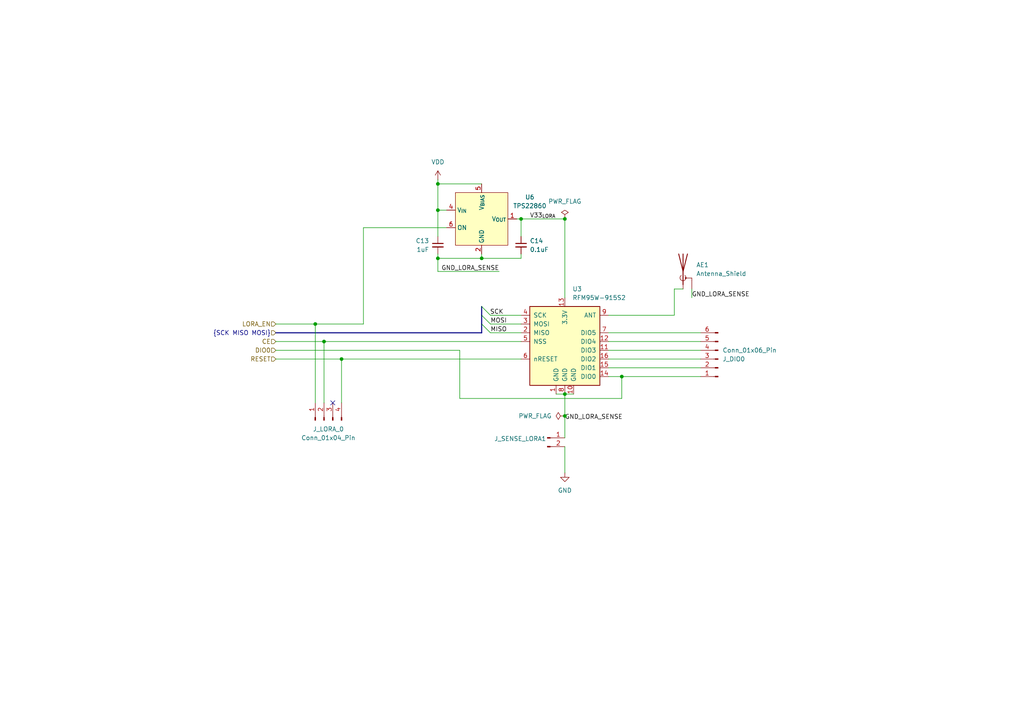
<source format=kicad_sch>
(kicad_sch (version 20231120) (generator "eeschema") (generator_version "8.0")
  (paper "A4")
  (title_block (title "Cathodic Protection Sensor Mk1") (date "2024-06-10") (rev "B"))
  (lib_symbols
    (symbol "Connector:Conn_01x02_Pin" (pin_names (offset 1.016) hide)
      (property "Reference" "J" (at 0 2.54 0))
      (property "Value" "Conn_01x02_Pin" (at 0 -5.08 0))
      (symbol "Conn_01x02_Pin_1_1"
        (polyline (pts (xy 1.27 -2.54) (xy 0.8636 -2.54)) (stroke (width 0.1524)))
        (polyline (pts (xy 1.27 0) (xy 0.8636 0)) (stroke (width 0.1524)))
        (rectangle (start 0.8636 -2.413) (end 0 -2.667) (stroke (width 0.1524)) (fill (type outline)))
        (rectangle (start 0.8636 0.127) (end 0 -0.127) (stroke (width 0.1524)) (fill (type outline)))
        (pin passive line (at 5.08 0 180) (length 3.81) (name "Pin_1") (number "1"))
        (pin passive line (at 5.08 -2.54 180) (length 3.81) (name "Pin_2") (number "2"))
      )
    )
    (symbol "Connector:Conn_01x04_Pin" (pin_names (offset 1.016) hide)
      (property "Reference" "J" (at 0 5.08 0))
      (property "Value" "Conn_01x04_Pin" (at 0 -7.62 0))
      (symbol "Conn_01x04_Pin_1_1"
        (polyline (pts (xy 1.27 -5.08) (xy 0.8636 -5.08)) (stroke (width 0.1524)))
        (polyline (pts (xy 1.27 -2.54) (xy 0.8636 -2.54)) (stroke (width 0.1524)))
        (polyline (pts (xy 1.27 0) (xy 0.8636 0)) (stroke (width 0.1524)))
        (polyline (pts (xy 1.27 2.54) (xy 0.8636 2.54)) (stroke (width 0.1524)))
        (rectangle (start 0.8636 -4.953) (end 0 -5.207) (stroke (width 0.1524)) (fill (type outline)))
        (rectangle (start 0.8636 -2.413) (end 0 -2.667) (stroke (width 0.1524)) (fill (type outline)))
        (rectangle (start 0.8636 0.127) (end 0 -0.127) (stroke (width 0.1524)) (fill (type outline)))
        (rectangle (start 0.8636 2.667) (end 0 2.413) (stroke (width 0.1524)) (fill (type outline)))
        (pin passive line (at 5.08 2.54 180) (length 3.81) (name "Pin_1") (number "1"))
        (pin passive line (at 5.08 0 180) (length 3.81) (name "Pin_2") (number "2"))
        (pin passive line (at 5.08 -2.54 180) (length 3.81) (name "Pin_3") (number "3"))
        (pin passive line (at 5.08 -5.08 180) (length 3.81) (name "Pin_4") (number "4"))
      )
    )
    (symbol "Connector:Conn_01x06_Pin" (pin_names (offset 1.016) hide)
      (property "Reference" "J" (at 0 7.62 0))
      (property "Value" "Conn_01x06_Pin" (at 0 -10.16 0))
      (symbol "Conn_01x06_Pin_1_1"
        (polyline (pts (xy 1.27 -7.62) (xy 0.8636 -7.62)) (stroke (width 0.1524)))
        (polyline (pts (xy 1.27 -5.08) (xy 0.8636 -5.08)) (stroke (width 0.1524)))
        (polyline (pts (xy 1.27 -2.54) (xy 0.8636 -2.54)) (stroke (width 0.1524)))
        (polyline (pts (xy 1.27 0) (xy 0.8636 0)) (stroke (width 0.1524)))
        (polyline (pts (xy 1.27 2.54) (xy 0.8636 2.54)) (stroke (width 0.1524)))
        (polyline (pts (xy 1.27 5.08) (xy 0.8636 5.08)) (stroke (width 0.1524)))
        (rectangle (start 0.8636 -7.493) (end 0 -7.747) (stroke (width 0.1524)) (fill (type outline)))
        (rectangle (start 0.8636 -4.953) (end 0 -5.207) (stroke (width 0.1524)) (fill (type outline)))
        (rectangle (start 0.8636 -2.413) (end 0 -2.667) (stroke (width 0.1524)) (fill (type outline)))
        (rectangle (start 0.8636 0.127) (end 0 -0.127) (stroke (width 0.1524)) (fill (type outline)))
        (rectangle (start 0.8636 2.667) (end 0 2.413) (stroke (width 0.1524)) (fill (type outline)))
        (rectangle (start 0.8636 5.207) (end 0 4.953) (stroke (width 0.1524)) (fill (type outline)))
        (pin passive line (at 5.08 5.08 180) (length 3.81) (name "Pin_1") (number "1"))
        (pin passive line (at 5.08 2.54 180) (length 3.81) (name "Pin_2") (number "2"))
        (pin passive line (at 5.08 0 180) (length 3.81) (name "Pin_3") (number "3"))
        (pin passive line (at 5.08 -2.54 180) (length 3.81) (name "Pin_4") (number "4"))
        (pin passive line (at 5.08 -5.08 180) (length 3.81) (name "Pin_5") (number "5"))
        (pin passive line (at 5.08 -7.62 180) (length 3.81) (name "Pin_6") (number "6"))
      )
    )
    (symbol "Device:Antenna_Shield" (pin_numbers hide) (pin_names (offset 1.016) hide)
      (property "Reference" "AE" (at -1.905 4.445 0))
      (property "Value" "Antenna_Shield" (at -1.905 2.54 0))
      (symbol "Antenna_Shield_0_1"
        (arc (start -0.508 -1.143) (mid -0.8429 -2.1194) (end 0 -2.667))
        (arc (start 0 -2.667) (mid 0.7989 -2.1052) (end 0.508 -1.143))
        (polyline (pts (xy 0 -2.54) (xy 0 0)))
        (polyline (pts (xy 0 5.08) (xy 0 -3.81)) (stroke (width 0.254)))
        (polyline (pts (xy 0.762 -1.905) (xy 2.54 -1.905)))
        (polyline (pts (xy 2.54 -2.54) (xy 2.54 -1.905)))
        (polyline (pts (xy 1.27 5.08) (xy 0 0) (xy -1.27 5.08)) (stroke (width 0.254)))
        (circle (center 0.762 -1.905) (radius 0.1778) (fill (type outline)))
      )
      (symbol "Antenna_Shield_1_1"
        (pin input line (at 0 -5.08 90) (length 2.54) (name "A") (number "1"))
        (pin input line (at 2.54 -5.08 90) (length 2.54) (name "Shield") (number "2"))
      )
    )
    (symbol "Device:C_Small" (pin_numbers hide) (pin_names (offset 0.254) hide)
      (property "Reference" "C" (at 0.254 1.778 0))
      (property "Value" "C_Small" (at 0.254 -2.032 0))
      (symbol "C_Small_0_1"
        (polyline (pts (xy -1.524 -0.508) (xy 1.524 -0.508)) (stroke (width 0.3302)))
        (polyline (pts (xy -1.524 0.508) (xy 1.524 0.508)) (stroke (width 0.3048)))
      )
      (symbol "C_Small_1_1"
        (pin passive line (at 0 2.54 270) (length 2.032) (name "~") (number "1"))
        (pin passive line (at 0 -2.54 90) (length 2.032) (name "~") (number "2"))
      )
    )
    (symbol "Marcano_Voltage_Regulator:TPS22860"
      (property "Reference" "U" (at 0 0 0))
      (property "Value" "TPS22860" (at -7.62 12.7 0))
      (symbol "TPS22860_1_1"
        (rectangle (start -7.62 7.62) (end 7.62 -7.62) (fill (type background)))
        (pin passive line (at 10.16 0 180) (length 2.54) (name "V_{OUT}") (number "1"))
        (pin power_in line (at 0 -10.16 90) (length 2.54) (name "GND") (number "2"))
        (pin no_connect line (at 10.16 -2.54 180) (length 2.54) hide (name "") (number "3"))
        (pin passive line (at -10.16 2.54 0) (length 2.54) (name "V_{IN}") (number "4"))
        (pin power_in line (at 0 10.16 270) (length 2.54) (name "V_{BIAS}") (number "5"))
        (pin input line (at -10.16 -2.54 0) (length 2.54) (name "ON") (number "6"))
      )
    )
    (symbol "RF_Module:RFM95W-915S2" (pin_names (offset 1.016))
      (property "Reference" "U3" (at 2.1941 15.24 0))
      (property "Value" "RFM95W-915S2" (at 2.1941 12.7 0))
      (symbol "RFM95W-915S2_0_1"
        (rectangle (start -10.16 10.16) (end 10.16 -12.7) (stroke (width 0.254)) (fill (type background)))
      )
      (symbol "RFM95W-915S2_1_1"
        (pin power_in line (at -2.54 -15.24 90) (length 2.54) (name "GND") (number "1"))
        (pin power_in line (at 2.54 -15.24 90) (length 2.54) (name "GND") (number "10"))
        (pin bidirectional line (at 12.7 -2.54 180) (length 2.54) (name "DIO3") (number "11"))
        (pin bidirectional line (at 12.7 0 180) (length 2.54) (name "DIO4") (number "12"))
        (pin power_in line (at 0 12.7 270) (length 2.54) (name "3.3V") (number "13"))
        (pin bidirectional line (at 12.7 -10.16 180) (length 2.54) (name "DIO0") (number "14"))
        (pin bidirectional line (at 12.7 -7.62 180) (length 2.54) (name "DIO1") (number "15"))
        (pin bidirectional line (at 12.7 -5.08 180) (length 2.54) (name "DIO2") (number "16"))
        (pin output line (at -12.7 2.54 0) (length 2.54) (name "MISO") (number "2"))
        (pin input line (at -12.7 5.08 0) (length 2.54) (name "MOSI") (number "3"))
        (pin input line (at -12.7 7.62 0) (length 2.54) (name "SCK") (number "4"))
        (pin input line (at -12.7 0 0) (length 2.54) (name "NSS") (number "5"))
        (pin bidirectional line (at -12.7 -5.08 0) (length 2.54) (name "nRESET") (number "6"))
        (pin bidirectional line (at 12.7 2.54 180) (length 2.54) (name "DIO5") (number "7"))
        (pin power_in line (at 0 -15.24 90) (length 2.54) (name "GND") (number "8"))
        (pin bidirectional line (at 12.7 7.62 180) (length 2.54) (name "ANT") (number "9"))
      )
    )
    (symbol "power:GND" (power) (pin_numbers hide) (pin_names (offset 0) hide)
      (property "Value" "GND" (at 0 -3.81 0))
      (symbol "GND_0_1"
        (polyline (pts (xy 0 0) (xy 0 -1.27) (xy 1.27 -1.27) (xy 0 -2.54) (xy -1.27 -1.27) (xy 0 -1.27)))
      )
      (symbol "GND_1_1"
        (pin power_in line (at 0 0 270) (length 0) (name "~") (number "1"))
      )
    )
    (symbol "power:PWR_FLAG" (power) (pin_numbers hide) (pin_names (offset 0) hide)
      (property "Value" "PWR_FLAG" (at 0 3.81 0))
      (symbol "PWR_FLAG_0_0"
        (pin power_out line (at 0 0 90) (length 0) (name "~") (number "1"))
      )
      (symbol "PWR_FLAG_0_1"
        (polyline (pts (xy 0 0) (xy 0 1.27) (xy -1.016 1.905) (xy 0 2.54) (xy 1.016 1.905) (xy 0 1.27)))
      )
    )
    (symbol "power:VDD" (power) (pin_numbers hide) (pin_names (offset 0) hide)
      (property "Value" "VDD" (at 0 3.556 0))
      (symbol "VDD_0_1"
        (polyline (pts (xy -0.762 1.27) (xy 0 2.54)))
        (polyline (pts (xy 0 0) (xy 0 2.54)))
        (polyline (pts (xy 0 2.54) (xy 0.762 1.27)))
      )
      (symbol "VDD_1_1"
        (pin power_in line (at 0 0 90) (length 0) (name "~") (number "1"))
      )
    )
  )
  (junction (at 91.44 93.98))
  (junction (at 139.7 74.93))
  (junction (at 127 74.93))
  (junction (at 127 53.34))
  (junction (at 127 60.96))
  (junction (at 93.98 99.06))
  (junction (at 163.83 114.3))
  (junction (at 99.06 104.14))
  (junction (at 180.34 109.22))
  (junction (at 163.83 120.65))
  (junction (at 163.83 63.5))
  (junction (at 151.13 63.5))
  (no_connect (at 96.52 116.84))
  (bus_entry (at 139.7 88.9) (size 2.54 2.54))
  (bus_entry (at 139.7 93.98) (size 2.54 2.54))
  (bus_entry (at 139.7 91.44) (size 2.54 2.54))
  (wire (pts (xy 151.13 63.5) (xy 151.13 68.58)))
  (wire (pts (xy 133.35 115.57) (xy 180.34 115.57)))
  (wire (pts (xy 163.83 114.3) (xy 163.83 120.65)))
  (wire (pts (xy 127 52.07) (xy 127 53.34)))
  (wire (pts (xy 142.24 96.52) (xy 151.13 96.52)))
  (wire (pts (xy 180.34 109.22) (xy 176.53 109.22)))
  (wire (pts (xy 93.98 99.06) (xy 151.13 99.06)))
  (wire (pts (xy 176.53 96.52) (xy 203.2 96.52)))
  (wire (pts (xy 80.01 93.98) (xy 91.44 93.98)))
  (wire (pts (xy 142.24 91.44) (xy 151.13 91.44)))
  (wire (pts (xy 163.83 114.3) (xy 166.37 114.3)))
  (wire (pts (xy 127 53.34) (xy 139.7 53.34)))
  (wire (pts (xy 180.34 109.22) (xy 203.2 109.22)))
  (wire (pts (xy 180.34 115.57) (xy 180.34 109.22)))
  (wire (pts (xy 80.01 104.14) (xy 99.06 104.14)))
  (bus (pts (xy 139.7 88.9) (xy 139.7 91.44)))
  (wire (pts (xy 93.98 99.06) (xy 93.98 116.84)))
  (wire (pts (xy 151.13 73.66) (xy 151.13 74.93)))
  (wire (pts (xy 127 53.34) (xy 127 60.96)))
  (wire (pts (xy 176.53 106.68) (xy 203.2 106.68)))
  (wire (pts (xy 91.44 93.98) (xy 105.41 93.98)))
  (bus (pts (xy 139.7 96.52) (xy 139.7 93.98)))
  (wire (pts (xy 127 74.93) (xy 139.7 74.93)))
  (wire (pts (xy 195.58 83.82) (xy 198.12 83.82)))
  (wire (pts (xy 139.7 74.93) (xy 151.13 74.93)))
  (wire (pts (xy 99.06 104.14) (xy 99.06 116.84)))
  (wire (pts (xy 133.35 101.6) (xy 133.35 115.57)))
  (wire (pts (xy 151.13 63.5) (xy 163.83 63.5)))
  (wire (pts (xy 127 60.96) (xy 127 68.58)))
  (wire (pts (xy 91.44 93.98) (xy 91.44 116.84)))
  (wire (pts (xy 99.06 104.14) (xy 151.13 104.14)))
  (wire (pts (xy 127 60.96) (xy 129.54 60.96)))
  (wire (pts (xy 195.58 91.44) (xy 195.58 83.82)))
  (wire (pts (xy 200.66 83.82) (xy 200.66 86.36)))
  (wire (pts (xy 80.01 101.6) (xy 133.35 101.6)))
  (wire (pts (xy 149.86 63.5) (xy 151.13 63.5)))
  (wire (pts (xy 163.83 63.5) (xy 163.83 86.36)))
  (wire (pts (xy 163.83 120.65) (xy 163.83 127)))
  (wire (pts (xy 142.24 93.98) (xy 151.13 93.98)))
  (wire (pts (xy 105.41 66.04) (xy 129.54 66.04)))
  (wire (pts (xy 127 78.74) (xy 144.78 78.74)))
  (wire (pts (xy 161.29 114.3) (xy 163.83 114.3)))
  (wire (pts (xy 176.53 104.14) (xy 203.2 104.14)))
  (wire (pts (xy 127 74.93) (xy 127 73.66)))
  (wire (pts (xy 80.01 99.06) (xy 93.98 99.06)))
  (wire (pts (xy 127 74.93) (xy 127 78.74)))
  (wire (pts (xy 176.53 91.44) (xy 195.58 91.44)))
  (wire (pts (xy 176.53 99.06) (xy 203.2 99.06)))
  (bus (pts (xy 139.7 91.44) (xy 139.7 93.98)))
  (wire (pts (xy 176.53 101.6) (xy 203.2 101.6)))
  (wire (pts (xy 163.83 129.54) (xy 163.83 137.16)))
  (bus (pts (xy 80.01 96.52) (xy 139.7 96.52)))
  (wire (pts (xy 139.7 74.93) (xy 139.7 73.66)))
  (wire (pts (xy 105.41 93.98) (xy 105.41 66.04)))
  (label "MOSI" (at 142.24 93.98 0))
  (label "SCK" (at 146.05 91.44 180))
  (label "GND_LORA_SENSE" (at 163.83 121.92 0))
  (label "GND_LORA_SENSE" (at 144.78 78.74 180))
  (label "MISO" (at 142.24 96.52 0))
  (label "GND_LORA_SENSE" (at 200.66 86.36 0))
  (label "V33_{LORA}" (at 153.67 63.5 0))
  (hierarchical_label "{SCK MISO MOSI}" (shape input) (at 80.01 96.52 180))
  (hierarchical_label "CE" (shape input) (at 80.01 99.06 180))
  (hierarchical_label "DIO0" (shape input) (at 80.01 101.6 180))
  (hierarchical_label "LORA_EN" (shape input) (at 80.01 93.98 180))
  (hierarchical_label "RESET" (shape input) (at 80.01 104.14 180))
  (symbol (lib_id "power:VDD") (at 127 52.07 0) (unit 1)
    (property "Reference" "#PWR038" (effects (hide yes)))
    (property "Value" "VDD" (at 127 46.99 0))
    (property "Description" "Power symbol creates a global label with name \"VDD\"" (effects (hide yes)))
  )
  (symbol (lib_id "Connector:Conn_01x04_Pin") (at 93.98 121.92 90) (unit 1)
    (property "Reference" "J_LORA_0" (at 95.25 124.46 90))
    (property "Value" "Conn_01x04_Pin" (at 95.25 127 90))
    (property "Footprint" "Connector_PinHeader_2.54mm:PinHeader_1x04_P2.54mm_Vertical" (effects (hide yes)))
    (property "Description" "Generic connector, single row, 01x04, script generated" (effects (hide yes)))
  )
  (symbol (lib_id "RF_Module:RFM95W-915S2") (at 163.83 99.06 0) (unit 1)
    (property "Reference" "U3" (at 166.0241 83.82 0) (effects (justify left)))
    (property "Value" "RFM95W-915S2" (at 166.0241 86.36 0) (effects (justify left)))
    (property "Footprint" "RF_Module:HOPERF_RFM9XW_SMD" (effects (hide yes)))
    (property "Datasheet" "https://www.hoperf.com/data/upload/portal/20181127/5bfcbea20e9ef.pdf" (effects (hide yes)))
    (property "Description" "Low power long range transceiver module, SPI and parallel interface, 915 MHz, spreading factor 6 to12, bandwidth 7.8 to 500kHz, -111 to -148 dBm, SMD-16, DIP-16" (effects (hide yes)))
  )
  (symbol (lib_id "power:GND") (at 163.83 137.16 0) (unit 1)
    (property "Reference" "#PWR023" (effects (hide yes)))
    (property "Value" "GND" (at 163.83 142.24 0))
    (property "Description" "Power symbol creates a global label with name \"GND\" , ground" (effects (hide yes)))
  )
  (symbol (lib_id "power:PWR_FLAG") (at 163.83 120.65 90) (unit 1)
    (property "Reference" "#FLG08" (effects (hide yes)))
    (property "Value" "PWR_FLAG" (at 160.02 120.6499 90) (effects (justify left)))
    (property "Description" "Special symbol for telling ERC where power comes from" (effects (hide yes)))
  )
  (symbol (lib_id "Connector:Conn_01x02_Pin") (at 158.75 127 0) (unit 1)
    (property "Reference" "J_SENSE_LORA1" (at 150.876 127.254 0))
    (property "Value" "Conn_01x02_Pin" (effects (hide yes)))
    (property "Footprint" "Connector_PinHeader_2.54mm:PinHeader_1x02_P2.54mm_Vertical" (effects (hide yes)))
    (property "Description" "Generic connector, single row, 01x02, script generated" (effects (hide yes)))
  )
  (symbol (lib_id "Device:C_Small") (at 151.13 71.12 0) (unit 1)
    (property "Reference" "C14" (at 153.67 69.8562 0) (effects (justify left)))
    (property "Value" "0.1uF" (at 153.67 72.3962 0) (effects (justify left)))
    (property "Footprint" "Capacitor_SMD:C_0603_1608Metric_Pad1.08x0.95mm_HandSolder" (effects (hide yes)))
    (property "Description" "Unpolarized capacitor, small symbol" (effects (hide yes)))
  )
  (symbol (lib_id "power:PWR_FLAG") (at 163.83 63.5 0) (unit 1)
    (property "Reference" "#FLG07" (effects (hide yes)))
    (property "Value" "PWR_FLAG" (at 163.83 58.42 0))
    (property "Description" "Special symbol for telling ERC where power comes from" (effects (hide yes)))
  )
  (symbol (lib_id "Marcano_Voltage_Regulator:TPS22860") (at 139.7 63.5 0) (unit 1)
    (property "Reference" "U6" (at 153.67 57.1814 0))
    (property "Value" "TPS22860" (at 153.67 59.7214 0))
    (property "Footprint" "Package_TO_SOT_SMD:SOT-23-6" (effects (hide yes)))
    (property "Datasheet" "https://www.ti.com/lit/ds/symlink/tps22860.pdf" (effects (hide yes)))
    (property "Description" "Low leakage Power Switch" (effects (hide yes)))
    (property "PN" "TPS22860DBVR" (effects (hide yes)))
    (property "Digikey PN" "296-43982-1-ND " (effects (hide yes)))
  )
  (symbol (lib_id "Connector:Conn_01x06_Pin") (at 208.28 104.14 180) (unit 1)
    (property "Reference" "J_DIO0" (at 209.55 104.1401 0) (effects (justify right)))
    (property "Value" "Conn_01x06_Pin" (at 209.55 101.6001 0) (effects (justify right)))
    (property "Footprint" "Connector_PinHeader_2.54mm:PinHeader_1x06_P2.54mm_Vertical" (effects (hide yes)))
    (property "Description" "Generic connector, single row, 01x06, script generated" (effects (hide yes)))
  )
  (symbol (lib_id "Device:C_Small") (at 127 71.12 0) (mirror y) (unit 1)
    (property "Reference" "C13" (at 124.46 69.8562 0) (effects (justify left)))
    (property "Value" "1uF" (at 124.46 72.3962 0) (effects (justify left)))
    (property "Footprint" "Capacitor_SMD:C_0603_1608Metric_Pad1.08x0.95mm_HandSolder" (effects (hide yes)))
    (property "Description" "Unpolarized capacitor, small symbol" (effects (hide yes)))
  )
  (symbol (lib_id "Device:Antenna_Shield") (at 198.12 78.74 0) (unit 1)
    (property "Reference" "AE1" (at 201.93 76.8349 0) (effects (justify left)))
    (property "Value" "Antenna_Shield" (at 201.93 79.3749 0) (effects (justify left)))
    (property "Footprint" "0JV_CPM_Footprints:SMB_Jack_Vertical_RF2" (effects (hide yes)))
    (property "Datasheet" "https://app.adam-tech.com/products/download/data_sheet/219105/rf2-04a-t-00-50-g-data-sheet.pdf" (effects (hide yes)))
    (property "Description" "Antenna with extra pin for shielding" (effects (hide yes)))
    (property "Digikey PN" "2057-RF2-04A-T-00-50-G-ND" (effects (hide yes)))
  )
)
</source>
